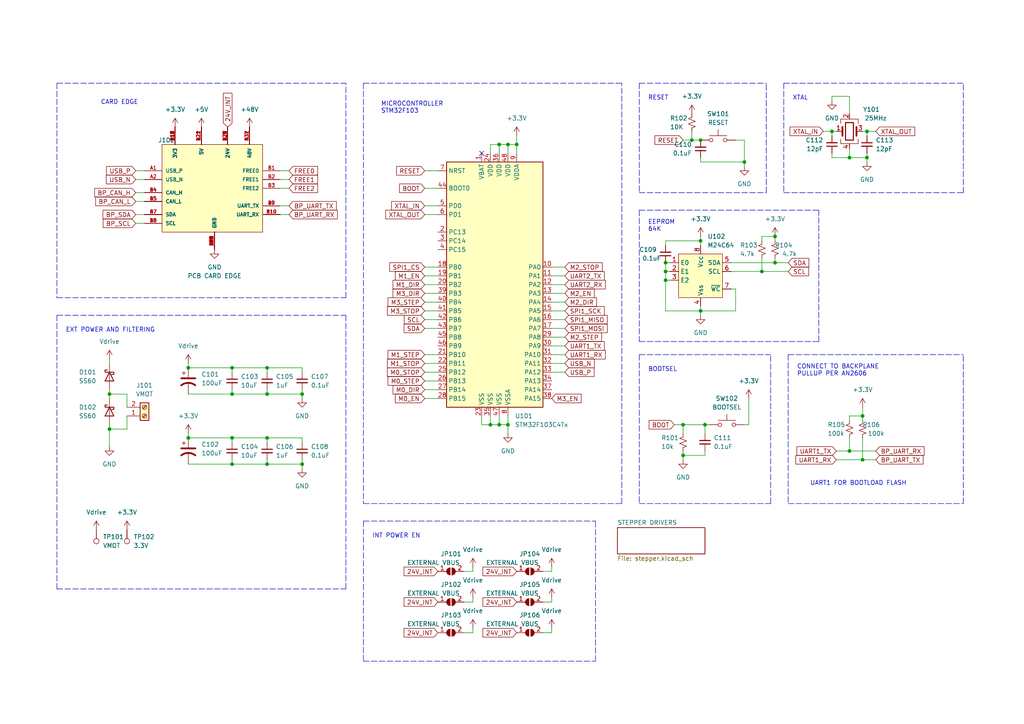
<source format=kicad_sch>
(kicad_sch (version 20211123) (generator eeschema)
  (paper "A4")
  (title_block (title "microcontroller host") (date "2023-02-16") (rev "1.0") (company "matei repair lab"))
  (lib_symbols
    (symbol "Connector:Screw_Terminal_01x02" (pin_names (offset 1.016) hide)
      (property "Reference" "J" (at 0 2.54 0))
      (property "Value" "Screw_Terminal_01x02" (at 0 -5.08 0))
      (symbol "Screw_Terminal_01x02_1_1"
        (rectangle (start -1.27 1.27) (end 1.27 -3.81) (stroke (width 0.254)) (fill (type background)))
        (circle (center 0 -2.54) (radius 0.635) (stroke (width 0.1524)))
        (polyline (pts (xy -0.5334 -2.2098) (xy 0.3302 -3.048)) (stroke (width 0.1524)))
        (polyline (pts (xy -0.5334 0.3302) (xy 0.3302 -0.508)) (stroke (width 0.1524)))
        (polyline (pts (xy -0.3556 -2.032) (xy 0.508 -2.8702)) (stroke (width 0.1524)))
        (polyline (pts (xy -0.3556 0.508) (xy 0.508 -0.3302)) (stroke (width 0.1524)))
        (circle (center 0 0) (radius 0.635) (stroke (width 0.1524)))
        (pin passive line (at -5.08 0 0) (length 3.81) (name "Pin_1") (number "1"))
        (pin passive line (at -5.08 -2.54 0) (length 3.81) (name "Pin_2") (number "2"))
      )
    )
    (symbol "Connector:TestPoint" (pin_numbers hide) (pin_names (offset 0.762) hide)
      (property "Reference" "TP" (at 0 6.858 0))
      (property "Value" "TestPoint" (at 0 5.08 0))
      (symbol "TestPoint_0_1"
        (circle (center 0 3.302) (radius 0.762))
      )
      (symbol "TestPoint_1_1"
        (pin passive line (at 0 0 90) (length 2.54) (name "1") (number "1"))
      )
    )
    (symbol "Device:C_Polarized_US" (pin_numbers hide) (pin_names (offset 0.254) hide)
      (property "Reference" "C" (at 0.635 2.54 0))
      (property "Value" "C_Polarized_US" (at 0.635 -2.54 0))
      (symbol "C_Polarized_US_0_1"
        (polyline (pts (xy -2.032 0.762) (xy 2.032 0.762)) (stroke (width 0.508)))
        (polyline (pts (xy -1.778 2.286) (xy -0.762 2.286)))
        (polyline (pts (xy -1.27 1.778) (xy -1.27 2.794)))
        (arc (start 2.032 -1.27) (mid 0 -0.5572) (end -2.032 -1.27) (stroke (width 0.508)))
      )
      (symbol "C_Polarized_US_1_1"
        (pin passive line (at 0 3.81 270) (length 2.794) (name "~") (number "1"))
        (pin passive line (at 0 -3.81 90) (length 3.302) (name "~") (number "2"))
      )
    )
    (symbol "Device:C_Small" (pin_numbers hide) (pin_names (offset 0.254) hide)
      (property "Reference" "C" (at 0.254 1.778 0))
      (property "Value" "C_Small" (at 0.254 -2.032 0))
      (symbol "C_Small_0_1"
        (polyline (pts (xy -1.524 -0.508) (xy 1.524 -0.508)) (stroke (width 0.3302)))
        (polyline (pts (xy -1.524 0.508) (xy 1.524 0.508)) (stroke (width 0.3048)))
      )
      (symbol "C_Small_1_1"
        (pin passive line (at 0 2.54 270) (length 2.032) (name "~") (number "1"))
        (pin passive line (at 0 -2.54 90) (length 2.032) (name "~") (number "2"))
      )
    )
    (symbol "Device:Crystal_GND24" (pin_names (offset 1.016) hide)
      (property "Reference" "Y" (at 3.175 5.08 0))
      (property "Value" "Crystal_GND24" (at 3.175 3.175 0))
      (symbol "Crystal_GND24_0_1"
        (rectangle (start -1.143 2.54) (end 1.143 -2.54) (stroke (width 0.3048)))
        (polyline (pts (xy -2.54 0) (xy -2.032 0)))
        (polyline (pts (xy -2.032 -1.27) (xy -2.032 1.27)) (stroke (width 0.508)))
        (polyline (pts (xy 0 -3.81) (xy 0 -3.556)))
        (polyline (pts (xy 0 3.556) (xy 0 3.81)))
        (polyline (pts (xy 2.032 -1.27) (xy 2.032 1.27)) (stroke (width 0.508)))
        (polyline (pts (xy 2.032 0) (xy 2.54 0)))
        (polyline (pts (xy -2.54 -2.286) (xy -2.54 -3.556) (xy 2.54 -3.556) (xy 2.54 -2.286)))
        (polyline (pts (xy -2.54 2.286) (xy -2.54 3.556) (xy 2.54 3.556) (xy 2.54 2.286)))
      )
      (symbol "Crystal_GND24_1_1"
        (pin passive line (at -3.81 0 0) (length 1.27) (name "1") (number "1"))
        (pin passive line (at 0 5.08 270) (length 1.27) (name "2") (number "2"))
        (pin passive line (at 3.81 0 180) (length 1.27) (name "3") (number "3"))
        (pin passive line (at 0 -5.08 90) (length 1.27) (name "4") (number "4"))
      )
    )
    (symbol "Device:D_Schottky" (pin_numbers hide) (pin_names (offset 1.016) hide)
      (property "Reference" "D" (at 0 2.54 0))
      (property "Value" "D_Schottky" (at 0 -2.54 0))
      (symbol "D_Schottky_0_1"
        (polyline (pts (xy 1.27 0) (xy -1.27 0)))
        (polyline (pts (xy 1.27 1.27) (xy 1.27 -1.27) (xy -1.27 0) (xy 1.27 1.27)) (stroke (width 0.254)))
        (polyline (pts (xy -1.905 0.635) (xy -1.905 1.27) (xy -1.27 1.27) (xy -1.27 -1.27) (xy -0.635 -1.27) (xy -0.635 -0.635)) (stroke (width 0.254)))
      )
      (symbol "D_Schottky_1_1"
        (pin passive line (at -3.81 0 0) (length 2.54) (name "K") (number "1"))
        (pin passive line (at 3.81 0 180) (length 2.54) (name "A") (number "2"))
      )
    )
    (symbol "Device:R_Small_US" (pin_numbers hide) (pin_names (offset 0.254) hide)
      (property "Reference" "R" (at 0.762 0.508 0))
      (property "Value" "R_Small_US" (at 0.762 -1.016 0))
      (symbol "R_Small_US_1_1"
        (polyline (pts (xy 0 0) (xy 1.016 -0.381) (xy 0 -0.762) (xy -1.016 -1.143) (xy 0 -1.524)))
        (polyline (pts (xy 0 1.524) (xy 1.016 1.143) (xy 0 0.762) (xy -1.016 0.381) (xy 0 0)))
        (pin passive line (at 0 2.54 270) (length 1.016) (name "~") (number "1"))
        (pin passive line (at 0 -2.54 90) (length 1.016) (name "~") (number "2"))
      )
    )
    (symbol "Jumper:SolderJumper_2_Open" (pin_names (offset 0) hide)
      (property "Reference" "JP" (at 0 2.032 0))
      (property "Value" "SolderJumper_2_Open" (at 0 -2.54 0))
      (symbol "SolderJumper_2_Open_0_1"
        (arc (start -0.254 1.016) (mid -1.27 0) (end -0.254 -1.016))
        (arc (start -0.254 1.016) (mid -1.27 0) (end -0.254 -1.016) (fill (type outline)))
        (polyline (pts (xy -0.254 1.016) (xy -0.254 -1.016)))
        (polyline (pts (xy 0.254 1.016) (xy 0.254 -1.016)))
        (arc (start 0.254 -1.016) (mid 1.27 0) (end 0.254 1.016))
        (arc (start 0.254 -1.016) (mid 1.27 0) (end 0.254 1.016) (fill (type outline)))
      )
      (symbol "SolderJumper_2_Open_1_1"
        (pin passive line (at -3.81 0 0) (length 2.54) (name "A") (number "1"))
        (pin passive line (at 3.81 0 180) (length 2.54) (name "B") (number "2"))
      )
    )
    (symbol "MCU_ST_STM32F1:STM32F103C4Tx"
      (property "Reference" "U" (at -15.24 36.83 0))
      (property "Value" "STM32F103C4Tx" (at 7.62 36.83 0))
      (symbol "STM32F103C4Tx_0_1"
        (rectangle (start -15.24 -35.56) (end 12.7 35.56) (stroke (width 0.254)) (fill (type background)))
      )
      (symbol "STM32F103C4Tx_1_1"
        (pin power_in line (at -5.08 38.1 270) (length 2.54) (name "VBAT") (number "1"))
        (pin bidirectional line (at 15.24 5.08 180) (length 2.54) (name "PA0") (number "10"))
        (pin bidirectional line (at 15.24 2.54 180) (length 2.54) (name "PA1") (number "11"))
        (pin bidirectional line (at 15.24 0 180) (length 2.54) (name "PA2") (number "12"))
        (pin bidirectional line (at 15.24 -2.54 180) (length 2.54) (name "PA3") (number "13"))
        (pin bidirectional line (at 15.24 -5.08 180) (length 2.54) (name "PA4") (number "14"))
        (pin bidirectional line (at 15.24 -7.62 180) (length 2.54) (name "PA5") (number "15"))
        (pin bidirectional line (at 15.24 -10.16 180) (length 2.54) (name "PA6") (number "16"))
        (pin bidirectional line (at 15.24 -12.7 180) (length 2.54) (name "PA7") (number "17"))
        (pin bidirectional line (at -17.78 5.08 0) (length 2.54) (name "PB0") (number "18"))
        (pin bidirectional line (at -17.78 2.54 0) (length 2.54) (name "PB1") (number "19"))
        (pin bidirectional line (at -17.78 15.24 0) (length 2.54) (name "PC13") (number "2"))
        (pin bidirectional line (at -17.78 0 0) (length 2.54) (name "PB2") (number "20"))
        (pin bidirectional line (at -17.78 -20.32 0) (length 2.54) (name "PB10") (number "21"))
        (pin bidirectional line (at -17.78 -22.86 0) (length 2.54) (name "PB11") (number "22"))
        (pin power_in line (at -5.08 -38.1 90) (length 2.54) (name "VSS") (number "23"))
        (pin power_in line (at -2.54 38.1 270) (length 2.54) (name "VDD") (number "24"))
        (pin bidirectional line (at -17.78 -25.4 0) (length 2.54) (name "PB12") (number "25"))
        (pin bidirectional line (at -17.78 -27.94 0) (length 2.54) (name "PB13") (number "26"))
        (pin bidirectional line (at -17.78 -30.48 0) (length 2.54) (name "PB14") (number "27"))
        (pin bidirectional line (at -17.78 -33.02 0) (length 2.54) (name "PB15") (number "28"))
        (pin bidirectional line (at 15.24 -15.24 180) (length 2.54) (name "PA8") (number "29"))
        (pin bidirectional line (at -17.78 12.7 0) (length 2.54) (name "PC14") (number "3"))
        (pin bidirectional line (at 15.24 -17.78 180) (length 2.54) (name "PA9") (number "30"))
        (pin bidirectional line (at 15.24 -20.32 180) (length 2.54) (name "PA10") (number "31"))
        (pin bidirectional line (at 15.24 -22.86 180) (length 2.54) (name "PA11") (number "32"))
        (pin bidirectional line (at 15.24 -25.4 180) (length 2.54) (name "PA12") (number "33"))
        (pin bidirectional line (at 15.24 -27.94 180) (length 2.54) (name "PA13") (number "34"))
        (pin power_in line (at -2.54 -38.1 90) (length 2.54) (name "VSS") (number "35"))
        (pin power_in line (at 0 38.1 270) (length 2.54) (name "VDD") (number "36"))
        (pin bidirectional line (at 15.24 -30.48 180) (length 2.54) (name "PA14") (number "37"))
        (pin bidirectional line (at 15.24 -33.02 180) (length 2.54) (name "PA15") (number "38"))
        (pin bidirectional line (at -17.78 -2.54 0) (length 2.54) (name "PB3") (number "39"))
        (pin bidirectional line (at -17.78 10.16 0) (length 2.54) (name "PC15") (number "4"))
        (pin bidirectional line (at -17.78 -5.08 0) (length 2.54) (name "PB4") (number "40"))
        (pin bidirectional line (at -17.78 -7.62 0) (length 2.54) (name "PB5") (number "41"))
        (pin bidirectional line (at -17.78 -10.16 0) (length 2.54) (name "PB6") (number "42"))
        (pin bidirectional line (at -17.78 -12.7 0) (length 2.54) (name "PB7") (number "43"))
        (pin input line (at -17.78 27.94 0) (length 2.54) (name "BOOT0") (number "44"))
        (pin bidirectional line (at -17.78 -15.24 0) (length 2.54) (name "PB8") (number "45"))
        (pin bidirectional line (at -17.78 -17.78 0) (length 2.54) (name "PB9") (number "46"))
        (pin power_in line (at 0 -38.1 90) (length 2.54) (name "VSS") (number "47"))
        (pin power_in line (at 2.54 38.1 270) (length 2.54) (name "VDD") (number "48"))
        (pin input line (at -17.78 22.86 0) (length 2.54) (name "PD0") (number "5"))
        (pin input line (at -17.78 20.32 0) (length 2.54) (name "PD1") (number "6"))
        (pin input line (at -17.78 33.02 0) (length 2.54) (name "NRST") (number "7"))
        (pin power_in line (at 2.54 -38.1 90) (length 2.54) (name "VSSA") (number "8"))
        (pin power_in line (at 5.08 38.1 270) (length 2.54) (name "VDDA") (number "9"))
      )
    )
    (symbol "Switch:SW_Push" (pin_numbers hide) (pin_names (offset 1.016) hide)
      (property "Reference" "SW" (at 1.27 2.54 0))
      (property "Value" "SW_Push" (at 0 -1.524 0))
      (symbol "SW_Push_0_1"
        (circle (center -2.032 0) (radius 0.508))
        (polyline (pts (xy 0 1.27) (xy 0 3.048)))
        (polyline (pts (xy 2.54 1.27) (xy -2.54 1.27)))
        (circle (center 2.032 0) (radius 0.508))
        (pin passive line (at -5.08 0 0) (length 2.54) (name "1") (number "1"))
        (pin passive line (at 5.08 0 180) (length 2.54) (name "2") (number "2"))
      )
    )
    (symbol "matei:KlipperBackplane-PCIe-064" (pin_names (offset 1.016))
      (property "Reference" "J" (at -1.27 13.462 0))
      (property "Value" "KlipperBackplane-PCIe-064" (at -7.62 -45.72 0))
      (symbol "KlipperBackplane-PCIe-064_0_0"
        (rectangle (start -15.24 12.7) (end 13.97 -12.7) (fill (type background)))
        (pin passive line (at -20.32 5.08 0) (length 5.08) (name "USB_P") (number "A1"))
        (pin passive line (at 19.05 -7.62 180) (length 5.08) (name "UART_RX") (number "A10"))
        (pin passive line (at -11.43 17.78 270) (length 5.08) (name "3V3") (number "A11"))
        (pin passive line (at 0 -17.78 90) (length 5.08) (name "GND") (number "A12"))
        (pin passive line (at 0 -17.78 90) (length 5.08) (name "GND") (number "A13"))
        (pin passive line (at 0 -17.78 90) (length 5.08) (name "GND") (number "A14"))
        (pin passive line (at -11.43 17.78 270) (length 5.08) (name "3V3") (number "A15"))
        (pin passive line (at -11.43 17.78 270) (length 5.08) (name "3V3") (number "A16"))
        (pin passive line (at -11.43 17.78 270) (length 5.08) (name "3V3") (number "A17"))
        (pin passive line (at -11.43 17.78 270) (length 5.08) (name "3V3") (number "A18"))
        (pin passive line (at 0 -17.78 90) (length 5.08) (name "GND") (number "A19"))
        (pin passive line (at -20.32 2.54 0) (length 5.08) (name "USB_N") (number "A2"))
        (pin passive line (at 0 -17.78 90) (length 5.08) (name "GND") (number "A20"))
        (pin passive line (at -3.81 17.78 270) (length 5.08) (name "5V") (number "A21"))
        (pin passive line (at -3.81 17.78 270) (length 5.08) (name "5V") (number "A22"))
        (pin passive line (at 0 -17.78 90) (length 5.08) (name "GND") (number "A23"))
        (pin passive line (at 0 -17.78 90) (length 5.08) (name "GND") (number "A24"))
        (pin passive line (at 3.81 17.78 270) (length 5.08) (name "24V") (number "A25"))
        (pin passive line (at 3.81 17.78 270) (length 5.08) (name "24V") (number "A26"))
        (pin passive line (at 3.81 17.78 270) (length 5.08) (name "24V") (number "A27"))
        (pin passive line (at 3.81 17.78 270) (length 5.08) (name "24V") (number "A28"))
        (pin passive line (at 0 -17.78 90) (length 5.08) (name "GND") (number "A29"))
        (pin passive line (at 0 -17.78 90) (length 5.08) (name "GND") (number "A3"))
        (pin passive line (at 0 -17.78 90) (length 5.08) (name "GND") (number "A30"))
        (pin passive line (at 10.16 17.78 270) (length 5.08) (name "48V") (number "A31"))
        (pin passive line (at 10.16 17.78 270) (length 5.08) (name "48V") (number "A32"))
        (pin passive line (at -20.32 -1.27 0) (length 5.08) (name "CAN_H") (number "A4"))
        (pin passive line (at -20.32 -3.81 0) (length 5.08) (name "CAN_L") (number "A5"))
        (pin passive line (at 0 -17.78 90) (length 5.08) (name "GND") (number "A6"))
        (pin passive line (at -20.32 -7.62 0) (length 5.08) (name "SDA") (number "A7"))
        (pin passive line (at -20.32 -10.16 0) (length 5.08) (name "SCL") (number "A8"))
        (pin passive line (at 19.05 -5.08 180) (length 5.08) (name "UART_TX") (number "A9"))
        (pin passive line (at 19.05 5.08 180) (length 5.08) (name "FREE0") (number "B1"))
        (pin passive line (at 19.05 -7.62 180) (length 5.08) (name "UART_RX") (number "B10"))
        (pin passive line (at -11.43 17.78 270) (length 5.08) (name "3V3") (number "B11"))
        (pin passive line (at 0 -17.78 90) (length 5.08) (name "GND") (number "B12"))
        (pin passive line (at 0 -17.78 90) (length 5.08) (name "GND") (number "B13"))
        (pin passive line (at 0 -17.78 90) (length 5.08) (name "GND") (number "B14"))
        (pin passive line (at -11.43 17.78 270) (length 5.08) (name "3V3") (number "B15"))
        (pin passive line (at -11.43 17.78 270) (length 5.08) (name "3V3") (number "B16"))
        (pin passive line (at -11.43 17.78 270) (length 5.08) (name "3V3") (number "B17"))
        (pin passive line (at -11.43 17.78 270) (length 5.08) (name "3V3") (number "B18"))
        (pin passive line (at 0 -17.78 90) (length 5.08) (name "GND") (number "B19"))
        (pin passive line (at 19.05 2.54 180) (length 5.08) (name "FREE1") (number "B2"))
        (pin passive line (at 0 -17.78 90) (length 5.08) (name "GND") (number "B20"))
        (pin passive line (at -3.81 17.78 270) (length 5.08) (name "5V") (number "B21"))
        (pin passive line (at -3.81 17.78 270) (length 5.08) (name "5V") (number "B22"))
        (pin passive line (at 0 -17.78 90) (length 5.08) (name "GND") (number "B23"))
        (pin passive line (at 0 -17.78 90) (length 5.08) (name "GND") (number "B24"))
        (pin passive line (at 3.81 17.78 270) (length 5.08) (name "24V") (number "B25"))
        (pin passive line (at 3.81 17.78 270) (length 5.08) (name "24V") (number "B26"))
        (pin passive line (at 3.81 17.78 270) (length 5.08) (name "24V") (number "B27"))
        (pin passive line (at 3.81 17.78 270) (length 5.08) (name "24V") (number "B28"))
        (pin passive line (at 0 -17.78 90) (length 5.08) (name "GND") (number "B29"))
        (pin passive line (at 19.05 0 180) (length 5.08) (name "FREE2") (number "B3"))
        (pin passive line (at 0 -17.78 90) (length 5.08) (name "GND") (number "B30"))
        (pin passive line (at 10.16 17.78 270) (length 5.08) (name "48V") (number "B31"))
        (pin passive line (at 10.16 17.78 270) (length 5.08) (name "48V") (number "B32"))
        (pin passive line (at -20.32 -1.27 0) (length 5.08) (name "CAN_H") (number "B4"))
        (pin passive line (at -20.32 -3.81 0) (length 5.08) (name "CAN_L") (number "B5"))
        (pin passive line (at 0 -17.78 90) (length 5.08) (name "GND") (number "B6"))
        (pin passive line (at -20.32 -7.62 0) (length 5.08) (name "SDA") (number "B7"))
        (pin passive line (at -20.32 -10.16 0) (length 5.08) (name "SCL") (number "B8"))
        (pin passive line (at 19.05 -5.08 180) (length 5.08) (name "UART_TX") (number "B9"))
      )
    )
    (symbol "matei:M24C64"
      (property "Reference" "U" (at -5.08 7.62 0))
      (property "Value" "M24C64" (at 5.08 7.62 0))
      (symbol "M24C64_0_0"
        (pin unspecified line (at -8.89 3.81 0) (length 2.54) (name "E0") (number "1"))
        (pin unspecified line (at -8.89 1.27 0) (length 2.54) (name "E1") (number "2"))
        (pin unspecified line (at -8.89 -1.27 0) (length 2.54) (name "E2") (number "3"))
        (pin unspecified line (at 0 -8.89 90) (length 2.54) (name "Vss") (number "4"))
        (pin unspecified line (at 8.89 3.81 180) (length 2.54) (name "SDA") (number "5"))
        (pin unspecified line (at 8.89 1.27 180) (length 2.54) (name "SCL") (number "6"))
        (pin unspecified line (at 8.89 -3.81 180) (length 2.54) (name "~{WC}") (number "7"))
        (pin unspecified line (at 0 8.89 270) (length 2.54) (name "Vcc") (number "8"))
      )
      (symbol "M24C64_0_1"
        (rectangle (start -6.35 6.35) (end 6.35 -6.35) (stroke (width 0.1524)) (fill (type background)))
      )
    )
    (symbol "power:+3.3V" (power) (pin_names (offset 0))
      (property "Value" "+3.3V" (at 0 3.556 0))
      (symbol "+3.3V_0_1"
        (polyline (pts (xy -0.762 1.27) (xy 0 2.54)))
        (polyline (pts (xy 0 0) (xy 0 2.54)))
        (polyline (pts (xy 0 2.54) (xy 0.762 1.27)))
      )
      (symbol "+3.3V_1_1"
        (pin power_in line (at 0 0 90) (length 0) hide (name "+3.3V") (number "1"))
      )
    )
    (symbol "power:+48V" (power) (pin_names (offset 0))
      (property "Value" "+48V" (at 0 3.556 0))
      (symbol "+48V_0_1"
        (polyline (pts (xy -0.762 1.27) (xy 0 2.54)))
        (polyline (pts (xy 0 0) (xy 0 2.54)))
        (polyline (pts (xy 0 2.54) (xy 0.762 1.27)))
      )
      (symbol "+48V_1_1"
        (pin power_in line (at 0 0 90) (length 0) hide (name "+48V") (number "1"))
      )
    )
    (symbol "power:+5V" (power) (pin_names (offset 0))
      (property "Value" "+5V" (at 0 3.556 0))
      (symbol "+5V_0_1"
        (polyline (pts (xy -0.762 1.27) (xy 0 2.54)))
        (polyline (pts (xy 0 0) (xy 0 2.54)))
        (polyline (pts (xy 0 2.54) (xy 0.762 1.27)))
      )
      (symbol "+5V_1_1"
        (pin power_in line (at 0 0 90) (length 0) hide (name "+5V") (number "1"))
      )
    )
    (symbol "power:GND" (power) (pin_names (offset 0))
      (property "Value" "GND" (at 0 -3.81 0))
      (symbol "GND_0_1"
        (polyline (pts (xy 0 0) (xy 0 -1.27) (xy 1.27 -1.27) (xy 0 -2.54) (xy -1.27 -1.27) (xy 0 -1.27)))
      )
      (symbol "GND_1_1"
        (pin power_in line (at 0 0 270) (length 0) hide (name "GND") (number "1"))
      )
    )
    (symbol "power:Vdrive" (power) (pin_names (offset 0))
      (property "Value" "Vdrive" (at 0 3.81 0))
      (symbol "Vdrive_0_1"
        (polyline (pts (xy -0.762 1.27) (xy 0 2.54)))
        (polyline (pts (xy 0 0) (xy 0 2.54)))
        (polyline (pts (xy 0 2.54) (xy 0.762 1.27)))
      )
      (symbol "Vdrive_1_1"
        (pin power_in line (at 0 0 90) (length 0) hide (name "Vdrive") (number "1"))
      )
    )
  )
  (junction (at 67.31 114.3))
  (junction (at 224.79 76.2))
  (junction (at 54.61 106.68))
  (junction (at 203.2 40.64))
  (junction (at 67.31 127))
  (junction (at 67.31 134.62))
  (junction (at 204.47 123.19))
  (junction (at 251.46 38.1))
  (junction (at 251.46 45.72))
  (junction (at 147.32 41.91))
  (junction (at 246.38 130.81))
  (junction (at 87.63 134.62))
  (junction (at 77.47 134.62))
  (junction (at 144.78 123.19))
  (junction (at 77.47 114.3))
  (junction (at 193.04 76.2))
  (junction (at 198.12 132.08))
  (junction (at 142.24 123.19))
  (junction (at 220.98 78.74))
  (junction (at 31.75 114.3))
  (junction (at 147.32 123.19))
  (junction (at 67.31 106.68))
  (junction (at 203.2 90.17))
  (junction (at 54.61 127))
  (junction (at 250.19 133.35))
  (junction (at 193.04 81.28))
  (junction (at 224.79 68.58))
  (junction (at 77.47 127))
  (junction (at 250.19 120.65))
  (junction (at 246.38 45.72))
  (junction (at 198.12 123.19))
  (junction (at 87.63 114.3))
  (junction (at 241.3 38.1))
  (junction (at 203.2 69.85))
  (junction (at 149.86 41.91))
  (junction (at 144.78 41.91))
  (junction (at 31.75 124.46))
  (junction (at 200.66 40.64))
  (junction (at 193.04 78.74))
  (junction (at 215.9 46.99))
  (junction (at 77.47 106.68))
  (no_connect (at 139.7 44.45))
  (polyline (pts (xy 180.34 146.05) (xy 180.34 24.13)))
  (polyline (pts (xy 16.51 86.36) (xy 100.33 86.36)))
  (wire (pts (xy 203.2 69.85) (xy 203.2 71.12)))
  (wire (pts (xy 123.19 95.25) (xy 127 95.25)))
  (wire (pts (xy 67.31 133.35) (xy 67.31 134.62)))
  (wire (pts (xy 193.04 76.2) (xy 193.04 78.74)))
  (wire (pts (xy 242.57 130.81) (xy 246.38 130.81)))
  (polyline (pts (xy 105.41 24.13) (xy 105.41 146.05)))
  (wire (pts (xy 67.31 106.68) (xy 77.47 106.68)))
  (wire (pts (xy 160.02 80.01) (xy 163.83 80.01)))
  (wire (pts (xy 87.63 113.03) (xy 87.63 114.3)))
  (polyline (pts (xy 279.4 146.05) (xy 279.4 102.87)))
  (wire (pts (xy 39.37 55.88) (xy 41.91 55.88)))
  (wire (pts (xy 137.16 164.465) (xy 137.16 165.735)))
  (wire (pts (xy 213.36 90.17) (xy 203.2 90.17)))
  (wire (pts (xy 67.31 127) (xy 67.31 128.27)))
  (wire (pts (xy 54.61 127) (xy 67.31 127)))
  (polyline (pts (xy 185.42 55.88) (xy 222.25 55.88)))
  (wire (pts (xy 147.32 120.65) (xy 147.32 123.19)))
  (wire (pts (xy 36.83 118.11) (xy 36.83 114.3)))
  (wire (pts (xy 160.02 77.47) (xy 163.83 77.47)))
  (wire (pts (xy 142.24 120.65) (xy 142.24 123.19)))
  (wire (pts (xy 160.02 85.09) (xy 163.83 85.09)))
  (wire (pts (xy 87.63 127) (xy 87.63 128.27)))
  (wire (pts (xy 123.19 102.87) (xy 127 102.87)))
  (wire (pts (xy 160.02 92.71) (xy 163.83 92.71)))
  (polyline (pts (xy 172.72 191.77) (xy 172.72 151.13)))
  (wire (pts (xy 220.98 68.58) (xy 220.98 69.85)))
  (wire (pts (xy 204.47 123.19) (xy 204.47 125.73)))
  (wire (pts (xy 54.61 114.3) (xy 67.31 114.3)))
  (wire (pts (xy 198.12 123.19) (xy 204.47 123.19)))
  (wire (pts (xy 147.32 44.45) (xy 147.32 41.91)))
  (wire (pts (xy 142.24 41.91) (xy 144.78 41.91)))
  (wire (pts (xy 123.19 107.95) (xy 127 107.95)))
  (wire (pts (xy 200.66 38.1) (xy 200.66 40.64)))
  (wire (pts (xy 203.2 88.9) (xy 203.2 90.17)))
  (wire (pts (xy 251.46 45.72) (xy 251.46 46.99)))
  (wire (pts (xy 250.19 38.1) (xy 251.46 38.1)))
  (wire (pts (xy 77.47 133.35) (xy 77.47 134.62)))
  (wire (pts (xy 160.02 174.625) (xy 157.48 174.625)))
  (wire (pts (xy 193.04 69.85) (xy 203.2 69.85)))
  (wire (pts (xy 242.57 133.35) (xy 250.19 133.35)))
  (wire (pts (xy 123.19 90.17) (xy 127 90.17)))
  (wire (pts (xy 241.3 44.45) (xy 241.3 45.72)))
  (wire (pts (xy 147.32 41.91) (xy 149.86 41.91)))
  (wire (pts (xy 251.46 45.72) (xy 246.38 45.72)))
  (wire (pts (xy 77.47 106.68) (xy 77.47 107.95)))
  (wire (pts (xy 160.02 165.735) (xy 157.48 165.735)))
  (wire (pts (xy 160.02 107.95) (xy 163.83 107.95)))
  (polyline (pts (xy 185.42 24.13) (xy 185.42 55.88)))
  (polyline (pts (xy 279.4 55.88) (xy 279.4 24.13)))
  (wire (pts (xy 160.02 87.63) (xy 163.83 87.63)))
  (wire (pts (xy 142.24 123.19) (xy 144.78 123.19)))
  (wire (pts (xy 198.12 130.81) (xy 198.12 132.08)))
  (wire (pts (xy 251.46 38.1) (xy 251.46 39.37)))
  (wire (pts (xy 194.31 78.74) (xy 193.04 78.74)))
  (wire (pts (xy 144.78 44.45) (xy 144.78 41.91)))
  (polyline (pts (xy 228.6 102.87) (xy 279.4 102.87)))
  (wire (pts (xy 144.78 123.19) (xy 147.32 123.19)))
  (wire (pts (xy 204.47 130.81) (xy 204.47 132.08)))
  (wire (pts (xy 194.31 76.2) (xy 193.04 76.2)))
  (wire (pts (xy 137.16 183.515) (xy 134.62 183.515)))
  (wire (pts (xy 81.28 54.61) (xy 83.82 54.61)))
  (wire (pts (xy 224.79 74.93) (xy 224.79 76.2)))
  (wire (pts (xy 203.2 90.17) (xy 203.2 91.44)))
  (wire (pts (xy 215.9 40.64) (xy 215.9 46.99)))
  (wire (pts (xy 123.19 77.47) (xy 127 77.47)))
  (wire (pts (xy 204.47 132.08) (xy 198.12 132.08)))
  (wire (pts (xy 67.31 114.3) (xy 77.47 114.3)))
  (wire (pts (xy 246.38 130.81) (xy 254 130.81)))
  (wire (pts (xy 204.47 123.19) (xy 205.74 123.19)))
  (wire (pts (xy 203.2 46.99) (xy 215.9 46.99)))
  (wire (pts (xy 193.04 90.17) (xy 203.2 90.17)))
  (wire (pts (xy 160.02 100.33) (xy 163.83 100.33)))
  (wire (pts (xy 81.28 62.23) (xy 83.82 62.23)))
  (wire (pts (xy 198.12 123.19) (xy 198.12 125.73)))
  (wire (pts (xy 160.02 97.79) (xy 163.83 97.79)))
  (wire (pts (xy 137.16 174.625) (xy 134.62 174.625)))
  (wire (pts (xy 87.63 106.68) (xy 87.63 107.95)))
  (wire (pts (xy 31.75 124.46) (xy 31.75 129.54)))
  (polyline (pts (xy 185.42 60.96) (xy 185.42 99.06)))
  (wire (pts (xy 36.83 124.46) (xy 31.75 124.46)))
  (wire (pts (xy 250.19 133.35) (xy 254 133.35)))
  (polyline (pts (xy 227.33 55.88) (xy 279.4 55.88)))
  (wire (pts (xy 123.19 49.53) (xy 127 49.53)))
  (wire (pts (xy 160.02 90.17) (xy 163.83 90.17)))
  (wire (pts (xy 87.63 114.3) (xy 87.63 115.57)))
  (wire (pts (xy 142.24 44.45) (xy 142.24 41.91)))
  (wire (pts (xy 215.9 46.99) (xy 215.9 48.26)))
  (wire (pts (xy 246.38 127) (xy 246.38 130.81)))
  (wire (pts (xy 160.02 183.515) (xy 157.48 183.515)))
  (wire (pts (xy 160.02 82.55) (xy 163.83 82.55)))
  (wire (pts (xy 123.19 54.61) (xy 127 54.61)))
  (wire (pts (xy 246.38 27.94) (xy 246.38 33.02)))
  (wire (pts (xy 203.2 45.72) (xy 203.2 46.99)))
  (polyline (pts (xy 185.42 146.05) (xy 223.52 146.05)))
  (wire (pts (xy 220.98 74.93) (xy 220.98 78.74)))
  (polyline (pts (xy 100.33 86.36) (xy 100.33 24.13)))
  (wire (pts (xy 123.19 105.41) (xy 127 105.41)))
  (polyline (pts (xy 185.42 99.06) (xy 237.49 99.06)))
  (wire (pts (xy 160.02 105.41) (xy 163.83 105.41)))
  (wire (pts (xy 198.12 40.64) (xy 200.66 40.64)))
  (wire (pts (xy 246.38 43.18) (xy 246.38 45.72)))
  (polyline (pts (xy 100.33 170.815) (xy 100.33 91.44)))
  (wire (pts (xy 241.3 27.94) (xy 246.38 27.94)))
  (wire (pts (xy 54.61 125.73) (xy 54.61 127)))
  (wire (pts (xy 54.61 134.62) (xy 67.31 134.62)))
  (polyline (pts (xy 16.51 91.44) (xy 16.51 170.815)))
  (polyline (pts (xy 105.41 151.13) (xy 105.41 191.77)))
  (polyline (pts (xy 105.41 191.77) (xy 172.72 191.77)))
  (polyline (pts (xy 227.33 24.13) (xy 279.4 24.13)))
  (polyline (pts (xy 16.51 170.815) (xy 100.33 170.815)))
  (wire (pts (xy 194.31 81.28) (xy 193.04 81.28)))
  (wire (pts (xy 250.19 118.11) (xy 250.19 120.65)))
  (wire (pts (xy 224.79 76.2) (xy 212.09 76.2)))
  (wire (pts (xy 160.02 182.245) (xy 160.02 183.515)))
  (wire (pts (xy 36.83 114.3) (xy 31.75 114.3)))
  (polyline (pts (xy 237.49 99.06) (xy 237.49 60.96)))
  (wire (pts (xy 39.37 52.07) (xy 41.91 52.07)))
  (wire (pts (xy 250.19 120.65) (xy 250.19 121.92)))
  (wire (pts (xy 203.2 68.58) (xy 203.2 69.85)))
  (polyline (pts (xy 16.51 91.44) (xy 100.33 91.44)))
  (wire (pts (xy 137.16 165.735) (xy 134.62 165.735)))
  (polyline (pts (xy 105.41 24.13) (xy 180.34 24.13)))
  (wire (pts (xy 123.19 85.09) (xy 127 85.09)))
  (polyline (pts (xy 185.42 60.96) (xy 237.49 60.96)))
  (wire (pts (xy 193.04 81.28) (xy 193.04 90.17)))
  (wire (pts (xy 241.3 38.1) (xy 242.57 38.1)))
  (wire (pts (xy 67.31 113.03) (xy 67.31 114.3)))
  (polyline (pts (xy 228.6 102.87) (xy 228.6 146.05)))
  (wire (pts (xy 149.86 39.37) (xy 149.86 41.91)))
  (polyline (pts (xy 222.25 55.88) (xy 222.25 24.13)))
  (wire (pts (xy 228.6 78.74) (xy 220.98 78.74)))
  (wire (pts (xy 251.46 38.1) (xy 254 38.1)))
  (wire (pts (xy 54.61 105.41) (xy 54.61 106.68)))
  (wire (pts (xy 147.32 123.19) (xy 147.32 125.73)))
  (wire (pts (xy 81.28 52.07) (xy 83.82 52.07)))
  (wire (pts (xy 200.66 40.64) (xy 203.2 40.64)))
  (wire (pts (xy 31.75 123.19) (xy 31.75 124.46)))
  (wire (pts (xy 195.58 123.19) (xy 198.12 123.19)))
  (wire (pts (xy 160.02 102.87) (xy 163.83 102.87)))
  (wire (pts (xy 36.83 120.65) (xy 36.83 124.46)))
  (wire (pts (xy 144.78 120.65) (xy 144.78 123.19)))
  (wire (pts (xy 54.61 106.68) (xy 67.31 106.68)))
  (wire (pts (xy 144.78 41.91) (xy 147.32 41.91)))
  (wire (pts (xy 139.7 123.19) (xy 142.24 123.19)))
  (wire (pts (xy 123.19 87.63) (xy 127 87.63)))
  (wire (pts (xy 250.19 127) (xy 250.19 133.35)))
  (wire (pts (xy 81.28 59.69) (xy 83.82 59.69)))
  (wire (pts (xy 137.16 173.355) (xy 137.16 174.625)))
  (wire (pts (xy 160.02 173.355) (xy 160.02 174.625)))
  (wire (pts (xy 193.04 71.12) (xy 193.04 69.85)))
  (wire (pts (xy 251.46 44.45) (xy 251.46 45.72)))
  (wire (pts (xy 123.19 92.71) (xy 127 92.71)))
  (wire (pts (xy 77.47 106.68) (xy 87.63 106.68)))
  (wire (pts (xy 220.98 78.74) (xy 212.09 78.74)))
  (wire (pts (xy 212.09 83.82) (xy 213.36 83.82)))
  (wire (pts (xy 241.3 45.72) (xy 246.38 45.72)))
  (polyline (pts (xy 185.42 102.87) (xy 223.52 102.87)))
  (wire (pts (xy 139.7 120.65) (xy 139.7 123.19)))
  (wire (pts (xy 67.31 134.62) (xy 77.47 134.62)))
  (wire (pts (xy 123.19 82.55) (xy 127 82.55)))
  (wire (pts (xy 39.37 58.42) (xy 41.91 58.42)))
  (wire (pts (xy 87.63 133.35) (xy 87.63 134.62)))
  (wire (pts (xy 87.63 134.62) (xy 87.63 135.89)))
  (wire (pts (xy 123.19 59.69) (xy 127 59.69)))
  (wire (pts (xy 217.17 123.19) (xy 217.17 115.57)))
  (wire (pts (xy 193.04 78.74) (xy 193.04 81.28)))
  (wire (pts (xy 215.9 123.19) (xy 217.17 123.19)))
  (wire (pts (xy 238.76 38.1) (xy 241.3 38.1)))
  (wire (pts (xy 250.19 120.65) (xy 246.38 120.65)))
  (wire (pts (xy 81.28 49.53) (xy 83.82 49.53)))
  (polyline (pts (xy 16.51 24.13) (xy 16.51 86.36)))
  (wire (pts (xy 31.75 104.14) (xy 31.75 105.41)))
  (wire (pts (xy 77.47 113.03) (xy 77.47 114.3)))
  (wire (pts (xy 123.19 80.01) (xy 127 80.01)))
  (wire (pts (xy 228.6 76.2) (xy 224.79 76.2)))
  (wire (pts (xy 224.79 68.58) (xy 220.98 68.58)))
  (wire (pts (xy 241.3 38.1) (xy 241.3 39.37)))
  (polyline (pts (xy 185.42 102.87) (xy 185.42 146.05)))
  (polyline (pts (xy 105.41 151.13) (xy 172.72 151.13)))
  (wire (pts (xy 198.12 132.08) (xy 198.12 133.35)))
  (polyline (pts (xy 223.52 146.05) (xy 223.52 102.87)))
  (wire (pts (xy 213.36 83.82) (xy 213.36 90.17)))
  (polyline (pts (xy 228.6 146.05) (xy 279.4 146.05)))
  (wire (pts (xy 31.75 114.3) (xy 31.75 115.57)))
  (wire (pts (xy 123.19 110.49) (xy 127 110.49)))
  (wire (pts (xy 39.37 62.23) (xy 41.91 62.23)))
  (wire (pts (xy 67.31 127) (xy 77.47 127)))
  (wire (pts (xy 149.86 41.91) (xy 149.86 44.45)))
  (polyline (pts (xy 185.42 24.13) (xy 222.25 24.13)))
  (wire (pts (xy 160.02 95.25) (xy 163.83 95.25)))
  (wire (pts (xy 123.19 113.03) (xy 127 113.03)))
  (polyline (pts (xy 227.33 24.13) (xy 227.33 55.88)))
  (wire (pts (xy 77.47 127) (xy 87.63 127)))
  (wire (pts (xy 67.31 106.68) (xy 67.31 107.95)))
  (wire (pts (xy 213.36 40.64) (xy 215.9 40.64)))
  (wire (pts (xy 241.3 29.21) (xy 241.3 27.94)))
  (wire (pts (xy 123.19 62.23) (xy 127 62.23)))
  (wire (pts (xy 77.47 134.62) (xy 87.63 134.62)))
  (wire (pts (xy 246.38 120.65) (xy 246.38 121.92)))
  (wire (pts (xy 160.02 164.465) (xy 160.02 165.735)))
  (wire (pts (xy 224.79 68.58) (xy 224.79 69.85)))
  (wire (pts (xy 77.47 127) (xy 77.47 128.27)))
  (wire (pts (xy 31.75 113.03) (xy 31.75 114.3)))
  (wire (pts (xy 39.37 64.77) (xy 41.91 64.77)))
  (polyline (pts (xy 105.41 146.05) (xy 180.34 146.05)))
  (wire (pts (xy 123.19 115.57) (xy 127 115.57)))
  (wire (pts (xy 137.16 182.245) (xy 137.16 183.515)))
  (wire (pts (xy 77.47 114.3) (xy 87.63 114.3)))
  (polyline (pts (xy 16.51 24.13) (xy 100.33 24.13)))
  (wire (pts (xy 39.37 49.53) (xy 41.91 49.53)))
  (text "BOOTSEL" (at 187.96 107.95 0) (effects (font (size 1.27 1.27)) (justify left bottom)))
  (text "XTAL" (at 229.87 29.21 0) (effects (font (size 1.27 1.27)) (justify left bottom)))
  (text "CONNECT TO BACKPLANE\nPULLUP PER AN2606" (at 231.14 109.22 0) (effects (font (size 1.27 1.27)) (justify left bottom)))
  (text "EEPROM\n64K" (at 187.96 67.31 0) (effects (font (size 1.27 1.27)) (justify left bottom)))
  (text "CARD EDGE" (at 29.21 30.48 0) (effects (font (size 1.27 1.27)) (justify left bottom)))
  (text "UART1 FOR BOOTLOAD FLASH" (at 234.95 140.97 0) (effects (font (size 1.27 1.27)) (justify left bottom)))
  (text "RESET" (at 187.96 29.21 0) (effects (font (size 1.27 1.27)) (justify left bottom)))
  (text "EXT POWER AND FILTERING" (at 19.05 96.52 0) (effects (font (size 1.27 1.27)) (justify left bottom)))
  (text "INT POWER EN" (at 107.95 156.21 0) (effects (font (size 1.27 1.27)) (justify left bottom)))
  (text "MICROCONTROLLER\nSTM32F103" (at 110.49 33.02 0) (effects (font (size 1.27 1.27)) (justify left bottom)))
  (global_label "M3_STEP" (shape input) (at 123.19 87.63 180) (property "Intersheet References" "${INTERSHEET_REFS}" (effects hide)))
  (global_label "UART2_RX" (shape input) (at 163.83 82.55 0) (property "Intersheet References" "${INTERSHEET_REFS}" (effects hide)))
  (global_label "UART1_TX" (shape input) (at 163.83 100.33 0) (property "Intersheet References" "${INTERSHEET_REFS}" (effects hide)))
  (global_label "UART2_TX" (shape input) (at 163.83 80.01 0) (property "Intersheet References" "${INTERSHEET_REFS}" (effects hide)))
  (global_label "BOOT" (shape input) (at 195.58 123.19 180) (property "Intersheet References" "${INTERSHEET_REFS}" (effects hide)))
  (global_label "BP_UART_TX" (shape input) (at 83.82 59.69 0) (property "Intersheet References" "${INTERSHEET_REFS}" (effects hide)))
  (global_label "RESET" (shape input) (at 198.12 40.64 180) (property "Intersheet References" "${INTERSHEET_REFS}" (effects hide)))
  (global_label "24V_INT" (shape input) (at 127 174.625 180) (property "Intersheet References" "${INTERSHEET_REFS}" (effects hide)))
  (global_label "XTAL_IN" (shape input) (at 238.76 38.1 180) (property "Intersheet References" "${INTERSHEET_REFS}" (effects hide)))
  (global_label "FREE2" (shape input) (at 83.82 54.61 0) (property "Intersheet References" "${INTERSHEET_REFS}" (effects hide)))
  (global_label "BP_UART_RX" (shape input) (at 83.82 62.23 0) (property "Intersheet References" "${INTERSHEET_REFS}" (effects hide)))
  (global_label "BP_CAN_H" (shape input) (at 39.37 55.88 180) (property "Intersheet References" "${INTERSHEET_REFS}" (effects hide)))
  (global_label "XTAL_IN" (shape input) (at 123.19 59.69 180) (property "Intersheet References" "${INTERSHEET_REFS}" (effects hide)))
  (global_label "M2_EN" (shape input) (at 163.83 85.09 0) (property "Intersheet References" "${INTERSHEET_REFS}" (effects hide)))
  (global_label "UART1_RX" (shape input) (at 163.83 102.87 0) (property "Intersheet References" "${INTERSHEET_REFS}" (effects hide)))
  (global_label "24V_INT" (shape input) (at 66.04 36.83 90) (property "Intersheet References" "${INTERSHEET_REFS}" (effects hide)))
  (global_label "M1_STEP" (shape input) (at 123.19 102.87 180) (property "Intersheet References" "${INTERSHEET_REFS}" (effects hide)))
  (global_label "XTAL_OUT" (shape input) (at 254 38.1 0) (property "Intersheet References" "${INTERSHEET_REFS}" (effects hide)))
  (global_label "BP_UART_RX" (shape input) (at 254 130.81 0) (property "Intersheet References" "${INTERSHEET_REFS}" (effects hide)))
  (global_label "SDA" (shape input) (at 123.19 95.25 180) (property "Intersheet References" "${INTERSHEET_REFS}" (effects hide)))
  (global_label "M3_DIR" (shape input) (at 123.19 85.09 180) (property "Intersheet References" "${INTERSHEET_REFS}" (effects hide)))
  (global_label "M0_STEP" (shape input) (at 123.19 110.49 180) (property "Intersheet References" "${INTERSHEET_REFS}" (effects hide)))
  (global_label "M1_EN" (shape input) (at 123.19 80.01 180) (property "Intersheet References" "${INTERSHEET_REFS}" (effects hide)))
  (global_label "24V_INT" (shape input) (at 149.86 183.515 180) (property "Intersheet References" "${INTERSHEET_REFS}" (effects hide)))
  (global_label "USB_P" (shape input) (at 163.83 107.95 0) (property "Intersheet References" "${INTERSHEET_REFS}" (effects hide)))
  (global_label "SPI1_SCK" (shape input) (at 163.83 90.17 0) (property "Intersheet References" "${INTERSHEET_REFS}" (effects hide)))
  (global_label "FREE1" (shape input) (at 83.82 52.07 0) (property "Intersheet References" "${INTERSHEET_REFS}" (effects hide)))
  (global_label "M0_EN" (shape input) (at 123.19 115.57 180) (property "Intersheet References" "${INTERSHEET_REFS}" (effects hide)))
  (global_label "24V_INT" (shape input) (at 149.86 165.735 180) (property "Intersheet References" "${INTERSHEET_REFS}" (effects hide)))
  (global_label "USB_P" (shape input) (at 39.37 49.53 180) (property "Intersheet References" "${INTERSHEET_REFS}" (effects hide)))
  (global_label "SPI1_CS" (shape input) (at 123.19 77.47 180) (property "Intersheet References" "${INTERSHEET_REFS}" (effects hide)))
  (global_label "M0_STOP" (shape input) (at 123.19 107.95 180) (property "Intersheet References" "${INTERSHEET_REFS}" (effects hide)))
  (global_label "24V_INT" (shape input) (at 127 183.515 180) (property "Intersheet References" "${INTERSHEET_REFS}" (effects hide)))
  (global_label "BP_SDA" (shape input) (at 39.37 62.23 180) (property "Intersheet References" "${INTERSHEET_REFS}" (effects hide)))
  (global_label "M1_DIR" (shape input) (at 123.19 82.55 180) (property "Intersheet References" "${INTERSHEET_REFS}" (effects hide)))
  (global_label "SPI1_MOSI" (shape input) (at 163.83 95.25 0) (property "Intersheet References" "${INTERSHEET_REFS}" (effects hide)))
  (global_label "24V_INT" (shape input) (at 127 165.735 180) (property "Intersheet References" "${INTERSHEET_REFS}" (effects hide)))
  (global_label "M2_STEP" (shape input) (at 163.83 97.79 0) (property "Intersheet References" "${INTERSHEET_REFS}" (effects hide)))
  (global_label "M1_STOP" (shape input) (at 123.19 105.41 180) (property "Intersheet References" "${INTERSHEET_REFS}" (effects hide)))
  (global_label "SDA" (shape input) (at 228.6 76.2 0) (property "Intersheet References" "${INTERSHEET_REFS}" (effects hide)))
  (global_label "SPI1_MISO" (shape input) (at 163.83 92.71 0) (property "Intersheet References" "${INTERSHEET_REFS}" (effects hide)))
  (global_label "UART1_RX" (shape input) (at 242.57 133.35 180) (property "Intersheet References" "${INTERSHEET_REFS}" (effects hide)))
  (global_label "USB_N" (shape input) (at 39.37 52.07 180) (property "Intersheet References" "${INTERSHEET_REFS}" (effects hide)))
  (global_label "BP_UART_TX" (shape input) (at 254 133.35 0) (property "Intersheet References" "${INTERSHEET_REFS}" (effects hide)))
  (global_label "BP_SCL" (shape input) (at 39.37 64.77 180) (property "Intersheet References" "${INTERSHEET_REFS}" (effects hide)))
  (global_label "FREE0" (shape input) (at 83.82 49.53 0) (property "Intersheet References" "${INTERSHEET_REFS}" (effects hide)))
  (global_label "M0_DIR" (shape input) (at 123.19 113.03 180) (property "Intersheet References" "${INTERSHEET_REFS}" (effects hide)))
  (global_label "BP_CAN_L" (shape input) (at 39.37 58.42 180) (property "Intersheet References" "${INTERSHEET_REFS}" (effects hide)))
  (global_label "24V_INT" (shape input) (at 149.86 174.625 180) (property "Intersheet References" "${INTERSHEET_REFS}" (effects hide)))
  (global_label "M3_STOP" (shape input) (at 123.19 90.17 180) (property "Intersheet References" "${INTERSHEET_REFS}" (effects hide)))
  (global_label "SCL" (shape input) (at 123.19 92.71 180) (property "Intersheet References" "${INTERSHEET_REFS}" (effects hide)))
  (global_label "RESET" (shape input) (at 123.19 49.53 180) (property "Intersheet References" "${INTERSHEET_REFS}" (effects hide)))
  (global_label "XTAL_OUT" (shape input) (at 123.19 62.23 180) (property "Intersheet References" "${INTERSHEET_REFS}" (effects hide)))
  (global_label "M2_DIR" (shape input) (at 163.83 87.63 0) (property "Intersheet References" "${INTERSHEET_REFS}" (effects hide)))
  (global_label "SCL" (shape input) (at 228.6 78.74 0) (property "Intersheet References" "${INTERSHEET_REFS}" (effects hide)))
  (global_label "BOOT" (shape input) (at 123.19 54.61 180) (property "Intersheet References" "${INTERSHEET_REFS}" (effects hide)))
  (global_label "UART1_TX" (shape input) (at 242.57 130.81 180) (property "Intersheet References" "${INTERSHEET_REFS}" (effects hide)))
  (global_label "M3_EN" (shape input) (at 160.02 115.57 0) (property "Intersheet References" "${INTERSHEET_REFS}" (effects hide)))
  (global_label "M2_STOP" (shape input) (at 163.83 77.47 0) (property "Intersheet References" "${INTERSHEET_REFS}" (effects hide)))
  (global_label "USB_N" (shape input) (at 163.83 105.41 0) (property "Intersheet References" "${INTERSHEET_REFS}" (effects hide)))
  (symbol (lib_id "power:GND") (at 215.9 48.26 0) (unit 1)
    (property "Reference" "#PWR0118" (effects hide))
    (property "Value" "GND" (at 215.9 53.34 0))
  )
  (symbol (lib_id "Device:R_Small_US") (at 224.79 72.39 0) (mirror x) (unit 1)
    (property "Reference" "R104" (at 229.87 71.12 0) (effects (justify right)))
    (property "Value" "4.7k" (at 231.14 73.66 0) (effects (justify right)))
    (property "Footprint" "Resistor_SMD:R_0603_1608Metric" (effects hide))
  )
  (symbol (lib_id "power:Vdrive") (at 137.16 164.465 0) (unit 1)
    (property "Reference" "#PWR0130" (effects hide))
    (property "Value" "Vdrive" (at 137.16 159.385 0))
  )
  (symbol (lib_id "power:GND") (at 203.2 91.44 0) (unit 1)
    (property "Reference" "#PWR0117" (effects hide))
    (property "Value" "GND" (at 203.2 96.52 0))
  )
  (symbol (lib_id "power:Vdrive") (at 31.75 104.14 0) (unit 1)
    (property "Reference" "#PWR0101" (effects hide))
    (property "Value" "Vdrive" (at 31.75 99.06 0))
  )
  (symbol (lib_id "MCU_ST_STM32F1:STM32F103C4Tx") (at 144.78 82.55 0) (unit 1)
    (property "Reference" "U101" (at 149.3394 120.65 0) (effects (justify left)))
    (property "Value" "STM32F103C4Tx" (at 149.3394 123.19 0) (effects (justify left)))
    (property "Footprint" "Package_QFP:LQFP-48_7x7mm_P0.5mm" (effects hide))
    (property "Datasheet" "http://www.st.com/st-web-ui/static/active/en/resource/technical/document/datasheet/CD00210843.pdf" (effects hide))
  )
  (symbol (lib_id "Jumper:SolderJumper_2_Open") (at 130.81 183.515 0) (unit 1)
    (property "Reference" "JP103" (at 130.81 178.435 0))
    (property "Value" "EXTERNAL VBUS" (at 125.73 180.975 0))
    (property "Footprint" "Jumper:SolderJumper-2_P1.3mm_Open_RoundedPad1.0x1.5mm" (effects hide))
  )
  (symbol (lib_id "power:GND") (at 251.46 46.99 0) (unit 1)
    (property "Reference" "#PWR0123" (effects hide))
    (property "Value" "GND" (at 251.46 52.07 0))
  )
  (symbol (lib_id "power:+3.3V") (at 149.86 39.37 0) (mirror y) (unit 1)
    (property "Reference" "#PWR0113" (effects hide))
    (property "Value" "+3.3V" (at 149.86 34.29 0))
  )
  (symbol (lib_id "Switch:SW_Push") (at 208.28 40.64 0) (unit 1)
    (property "Reference" "SW101" (at 208.28 33.02 0))
    (property "Value" "RESET" (at 208.28 35.56 0))
    (property "Footprint" "matei:TS-1187A-B-A-B" (effects hide))
  )
  (symbol (lib_id "power:Vdrive") (at 160.02 173.355 0) (unit 1)
    (property "Reference" "#PWR0134" (effects hide))
    (property "Value" "Vdrive" (at 160.02 168.275 0))
  )
  (symbol (lib_id "Device:C_Small") (at 193.04 73.66 0) (mirror x) (unit 1)
    (property "Reference" "C109" (at 190.5 72.3835 0) (effects (justify right)))
    (property "Value" "0.1uF" (at 191.77 74.93 0) (effects (justify right)))
    (property "Footprint" "Capacitor_SMD:C_0603_1608Metric" (effects hide))
  )
  (symbol (lib_id "Device:C_Small") (at 241.3 41.91 0) (mirror x) (unit 1)
    (property "Reference" "C112" (at 238.76 40.6335 0) (effects (justify right)))
    (property "Value" "12pF" (at 238.76 43.1735 0) (effects (justify right)))
    (property "Footprint" "Capacitor_SMD:C_0603_1608Metric" (effects hide))
  )
  (symbol (lib_id "Device:C_Small") (at 87.63 130.81 0) (unit 1)
    (property "Reference" "C108" (at 90.17 129.5462 0) (effects (justify left)))
    (property "Value" "0.1uF" (at 90.17 132.0862 0) (effects (justify left)))
    (property "Footprint" "Capacitor_SMD:C_0603_1608Metric" (effects hide))
  )
  (symbol (lib_id "power:GND") (at 87.63 135.89 0) (unit 1)
    (property "Reference" "#PWR0111" (effects hide))
    (property "Value" "GND" (at 87.63 140.97 0))
  )
  (symbol (lib_id "Device:C_Polarized_US") (at 54.61 110.49 0) (unit 1)
    (property "Reference" "C101" (at 58.42 108.5849 0) (effects (justify left)))
    (property "Value" "100uF" (at 58.42 111.1249 0) (effects (justify left)))
    (property "Footprint" "Capacitor_SMD:CP_Elec_6.3x3.9" (effects hide))
  )
  (symbol (lib_id "Device:C_Small") (at 87.63 110.49 0) (unit 1)
    (property "Reference" "C107" (at 90.17 109.2262 0) (effects (justify left)))
    (property "Value" "0.1uF" (at 90.17 111.7662 0) (effects (justify left)))
    (property "Footprint" "Capacitor_SMD:C_0603_1608Metric" (effects hide))
  )
  (symbol (lib_id "Device:C_Small") (at 204.47 128.27 180) (unit 1)
    (property "Reference" "C111" (at 207.01 126.9935 0) (effects (justify right)))
    (property "Value" "0.1uF" (at 207.01 129.5335 0) (effects (justify right)))
    (property "Footprint" "Capacitor_SMD:C_0603_1608Metric" (effects hide))
  )
  (symbol (lib_id "Device:R_Small_US") (at 220.98 72.39 0) (mirror y) (unit 1)
    (property "Reference" "R103" (at 214.63 71.12 0) (effects (justify right)))
    (property "Value" "4.7k" (at 214.63 73.66 0) (effects (justify right)))
    (property "Footprint" "Resistor_SMD:R_0603_1608Metric" (effects hide))
  )
  (symbol (lib_id "Jumper:SolderJumper_2_Open") (at 130.81 174.625 0) (unit 1)
    (property "Reference" "JP102" (at 130.81 169.545 0))
    (property "Value" "EXTERNAL VBUS" (at 125.73 172.085 0))
    (property "Footprint" "Jumper:SolderJumper-2_P1.3mm_Open_RoundedPad1.0x1.5mm" (effects hide))
  )
  (symbol (lib_id "Device:R_Small_US") (at 246.38 124.46 0) (mirror y) (unit 1)
    (property "Reference" "R105" (at 240.03 123.19 0) (effects (justify right)))
    (property "Value" "100k" (at 240.03 125.73 0) (effects (justify right)))
    (property "Footprint" "Resistor_SMD:R_0603_1608Metric" (effects hide))
  )
  (symbol (lib_id "power:+5V") (at 58.42 36.83 0) (unit 1)
    (property "Reference" "#PWR0106" (effects hide))
    (property "Value" "+5V" (at 58.42 31.75 0))
  )
  (symbol (lib_id "Device:C_Small") (at 77.47 130.81 0) (unit 1)
    (property "Reference" "C106" (at 80.01 129.5462 0) (effects (justify left)))
    (property "Value" "1uF" (at 80.01 132.0862 0) (effects (justify left)))
    (property "Footprint" "Capacitor_SMD:C_0603_1608Metric" (effects hide))
  )
  (symbol (lib_id "Device:R_Small_US") (at 250.19 124.46 0) (mirror x) (unit 1)
    (property "Reference" "R106" (at 255.27 123.19 0) (effects (justify right)))
    (property "Value" "100k" (at 256.54 125.73 0) (effects (justify right)))
    (property "Footprint" "Resistor_SMD:R_0603_1608Metric" (effects hide))
  )
  (symbol (lib_id "power:GND") (at 198.12 133.35 0) (unit 1)
    (property "Reference" "#PWR0114" (effects hide))
    (property "Value" "GND" (at 198.12 138.43 0))
  )
  (symbol (lib_id "power:+3.3V") (at 50.8 36.83 0) (mirror y) (unit 1)
    (property "Reference" "#PWR0103" (effects hide))
    (property "Value" "+3.3V" (at 50.8 31.75 0))
  )
  (symbol (lib_id "matei:M24C64") (at 203.2 80.01 0) (unit 1)
    (property "Reference" "U102" (at 205.2194 68.58 0) (effects (justify left)))
    (property "Value" "M24C64" (at 205.2194 71.12 0) (effects (justify left)))
    (property "Footprint" "Package_SO:SOIC-8_3.9x4.9mm_P1.27mm" (effects hide))
    (property "Datasheet" "https://datasheet.lcsc.com/lcsc/1809261911_STMicroelectronics-M24C64-RMN6TP_C79988.pdf" (effects hide))
  )
  (symbol (lib_id "power:+3.3V") (at 203.2 68.58 0) (mirror y) (unit 1)
    (property "Reference" "#PWR0116" (effects hide))
    (property "Value" "+3.3V" (at 203.2 63.5 0))
  )
  (symbol (lib_id "Device:Crystal_GND24") (at 246.38 38.1 0) (unit 1)
    (property "Reference" "Y101" (at 252.73 31.75 0))
    (property "Value" "25MHz" (at 254 34.29 0))
    (property "Footprint" "Crystal:Crystal_SMD_3225-4Pin_3.2x2.5mm" (effects hide))
  )
  (symbol (lib_id "power:+3.3V") (at 200.66 33.02 0) (mirror y) (unit 1)
    (property "Reference" "#PWR0115" (effects hide))
    (property "Value" "+3.3V" (at 200.66 27.94 0))
  )
  (symbol (lib_id "power:GND") (at 241.3 29.21 0) (unit 1)
    (property "Reference" "#PWR0121" (effects hide))
    (property "Value" "GND" (at 241.3 34.29 0))
  )
  (symbol (lib_id "Device:C_Small") (at 251.46 41.91 0) (unit 1)
    (property "Reference" "C113" (at 254 40.6462 0) (effects (justify left)))
    (property "Value" "12pF" (at 254 43.1862 0) (effects (justify left)))
    (property "Footprint" "Capacitor_SMD:C_0603_1608Metric" (effects hide))
  )
  (symbol (lib_id "power:GND") (at 147.32 125.73 0) (unit 1)
    (property "Reference" "#PWR0112" (effects hide))
    (property "Value" "GND" (at 147.32 130.81 0))
  )
  (symbol (lib_id "Jumper:SolderJumper_2_Open") (at 130.81 165.735 0) (unit 1)
    (property "Reference" "JP101" (at 130.81 160.655 0))
    (property "Value" "EXTERNAL VBUS" (at 125.73 163.195 0))
    (property "Footprint" "Jumper:SolderJumper-2_P1.3mm_Open_RoundedPad1.0x1.5mm" (effects hide))
  )
  (symbol (lib_id "Jumper:SolderJumper_2_Open") (at 153.67 174.625 0) (unit 1)
    (property "Reference" "JP105" (at 153.67 169.545 0))
    (property "Value" "EXTERNAL VBUS" (at 148.59 172.085 0))
    (property "Footprint" "Jumper:SolderJumper-2_P1.3mm_Open_RoundedPad1.0x1.5mm" (effects hide))
  )
  (symbol (lib_id "matei:KlipperBackplane-PCIe-064") (at 62.23 54.61 0) (unit 1)
    (property "Reference" "J102" (at 48.26 40.64 0))
    (property "Value" "PCB CARD EDGE" (at 62.23 80.01 0))
    (property "Footprint" "Connector_PCBEdge:BUS_PCIexpress_x4" (effects hide))
    (property "MANUFACTURER" "Samtec Inc" (effects hide))
    (property "STANDARD" "Manufacturer Recommendations" (effects hide))
    (property "MAXIMUM_PACKAGE_HEIGHT" "11.38mm" (effects hide))
    (property "PARTREV" "D" (effects hide))
  )
  (symbol (lib_id "power:+3.3V") (at 217.17 115.57 0) (mirror y) (unit 1)
    (property "Reference" "#PWR0119" (effects hide))
    (property "Value" "+3.3V" (at 217.17 110.49 0))
  )
  (symbol (lib_id "Device:C_Polarized_US") (at 54.61 130.81 0) (unit 1)
    (property "Reference" "C102" (at 58.42 128.9049 0) (effects (justify left)))
    (property "Value" "100uF" (at 58.42 131.4449 0) (effects (justify left)))
    (property "Footprint" "Capacitor_SMD:CP_Elec_6.3x3.9" (effects hide))
  )
  (symbol (lib_id "power:+3.3V") (at 54.61 125.73 0) (mirror y) (unit 1)
    (property "Reference" "#PWR0105" (effects hide))
    (property "Value" "+3.3V" (at 54.61 120.65 0))
  )
  (symbol (lib_id "power:+3.3V") (at 224.79 68.58 0) (mirror y) (unit 1)
    (property "Reference" "#PWR0120" (effects hide))
    (property "Value" "+3.3V" (at 224.79 63.5 0))
  )
  (symbol (lib_id "power:Vdrive") (at 160.02 182.245 0) (unit 1)
    (property "Reference" "#PWR0135" (effects hide))
    (property "Value" "Vdrive" (at 160.02 177.165 0))
  )
  (symbol (lib_id "power:Vdrive") (at 137.16 173.355 0) (unit 1)
    (property "Reference" "#PWR0131" (effects hide))
    (property "Value" "Vdrive" (at 137.16 168.275 0))
  )
  (symbol (lib_id "power:Vdrive") (at 54.61 105.41 0) (unit 1)
    (property "Reference" "#PWR0128" (effects hide))
    (property "Value" "Vdrive" (at 54.61 100.33 0))
  )
  (symbol (lib_id "Device:C_Small") (at 67.31 110.49 0) (unit 1)
    (property "Reference" "C103" (at 69.85 109.2262 0) (effects (justify left)))
    (property "Value" "10uF" (at 69.85 111.7662 0) (effects (justify left)))
    (property "Footprint" "Capacitor_SMD:C_0603_1608Metric" (effects hide))
  )
  (symbol (lib_id "power:+3.3V") (at 250.19 118.11 0) (mirror y) (unit 1)
    (property "Reference" "#PWR0122" (effects hide))
    (property "Value" "+3.3V" (at 250.19 113.03 0))
  )
  (symbol (lib_id "Device:R_Small_US") (at 200.66 35.56 0) (mirror y) (unit 1)
    (property "Reference" "R102" (at 194.31 34.29 0) (effects (justify right)))
    (property "Value" "10K" (at 194.31 36.83 0) (effects (justify right)))
    (property "Footprint" "Resistor_SMD:R_0603_1608Metric" (effects hide))
  )
  (symbol (lib_id "Device:C_Small") (at 77.47 110.49 0) (unit 1)
    (property "Reference" "C105" (at 80.01 109.2262 0) (effects (justify left)))
    (property "Value" "1uF" (at 80.01 111.7662 0) (effects (justify left)))
    (property "Footprint" "Capacitor_SMD:C_0603_1608Metric" (effects hide))
  )
  (symbol (lib_id "power:GND") (at 62.23 72.39 0) (unit 1)
    (property "Reference" "#PWR0107" (effects hide))
    (property "Value" "GND" (at 62.23 77.47 0))
  )
  (symbol (lib_id "Connector:TestPoint") (at 27.94 153.67 180) (unit 1)
    (property "Reference" "TP101" (at 29.845 155.7019 0) (effects (justify right)))
    (property "Value" "VMOT" (at 29.845 158.2419 0) (effects (justify right)))
    (property "Footprint" "TestPoint:TestPoint_THTPad_D1.0mm_Drill0.5mm" (effects hide))
  )
  (symbol (lib_id "Device:C_Small") (at 203.2 43.18 0) (mirror x) (unit 1)
    (property "Reference" "C110" (at 200.66 41.9035 0) (effects (justify right)))
    (property "Value" "0.1uF" (at 200.66 44.4435 0) (effects (justify right)))
    (property "Footprint" "Capacitor_SMD:C_0603_1608Metric" (effects hide))
  )
  (symbol (lib_id "power:GND") (at 87.63 115.57 0) (unit 1)
    (property "Reference" "#PWR0110" (effects hide))
    (property "Value" "GND" (at 87.63 120.65 0))
  )
  (symbol (lib_id "power:Vdrive") (at 160.02 164.465 0) (unit 1)
    (property "Reference" "#PWR0133" (effects hide))
    (property "Value" "Vdrive" (at 160.02 159.385 0))
  )
  (symbol (lib_id "Device:D_Schottky") (at 31.75 119.38 90) (mirror x) (unit 1)
    (property "Reference" "D102" (at 22.86 118.11 90) (effects (justify right)))
    (property "Value" "SS60" (at 22.86 120.65 90) (effects (justify right)))
    (property "Footprint" "Diode_SMD:D_SMA" (effects hide))
  )
  (symbol (lib_id "power:GND") (at 31.75 129.54 0) (unit 1)
    (property "Reference" "#PWR0102" (effects hide))
    (property "Value" "GND" (at 31.75 134.62 0))
  )
  (symbol (lib_id "power:+3.3V") (at 36.83 153.67 0) (mirror y) (unit 1)
    (property "Reference" "#PWR0108" (effects hide))
    (property "Value" "+3.3V" (at 36.83 148.59 0))
  )
  (symbol (lib_id "Connector:TestPoint") (at 36.83 153.67 180) (unit 1)
    (property "Reference" "TP102" (at 38.735 155.7019 0) (effects (justify right)))
    (property "Value" "3.3V" (at 38.735 158.2419 0) (effects (justify right)))
    (property "Footprint" "TestPoint:TestPoint_THTPad_D1.0mm_Drill0.5mm" (effects hide))
  )
  (symbol (lib_id "power:Vdrive") (at 27.94 153.67 0) (unit 1)
    (property "Reference" "#PWR0104" (effects hide))
    (property "Value" "Vdrive" (at 27.94 148.59 0))
  )
  (symbol (lib_id "Jumper:SolderJumper_2_Open") (at 153.67 183.515 0) (unit 1)
    (property "Reference" "JP106" (at 153.67 178.435 0))
    (property "Value" "EXTERNAL VBUS" (at 148.59 180.975 0))
    (property "Footprint" "Jumper:SolderJumper-2_P1.3mm_Open_RoundedPad1.0x1.5mm" (effects hide))
  )
  (symbol (lib_id "power:+48V") (at 72.39 36.83 0) (unit 1)
    (property "Reference" "#PWR0109" (effects hide))
    (property "Value" "+48V" (at 72.39 31.75 0))
  )
  (symbol (lib_id "Jumper:SolderJumper_2_Open") (at 153.67 165.735 0) (unit 1)
    (property "Reference" "JP104" (at 153.67 160.655 0))
    (property "Value" "EXTERNAL VBUS" (at 148.59 163.195 0))
    (property "Footprint" "Jumper:SolderJumper-2_P1.3mm_Open_RoundedPad1.0x1.5mm" (effects hide))
  )
  (symbol (lib_id "power:Vdrive") (at 137.16 182.245 0) (unit 1)
    (property "Reference" "#PWR0132" (effects hide))
    (property "Value" "Vdrive" (at 137.16 177.165 0))
  )
  (symbol (lib_id "Device:R_Small_US") (at 198.12 128.27 0) (mirror y) (unit 1)
    (property "Reference" "R101" (at 191.77 127 0) (effects (justify right)))
    (property "Value" "10k" (at 191.77 129.54 0) (effects (justify right)))
    (property "Footprint" "Resistor_SMD:R_0603_1608Metric" (effects hide))
  )
  (symbol (lib_id "Connector:Screw_Terminal_01x02") (at 41.91 120.65 0) (mirror x) (unit 1)
    (property "Reference" "J101" (at 41.91 111.76 0))
    (property "Value" "VMOT" (at 41.91 114.3 0))
    (property "Footprint" "TerminalBlock_Phoenix:TerminalBlock_Phoenix_MKDS-1,5-2_1x02_P5.00mm_Horizontal" (effects hide))
  )
  (symbol (lib_id "Device:D_Schottky") (at 31.75 109.22 90) (mirror x) (unit 1)
    (property "Reference" "D101" (at 22.86 107.95 90) (effects (justify right)))
    (property "Value" "SS60" (at 22.86 110.49 90) (effects (justify right)))
    (property "Footprint" "Diode_SMD:D_SMA" (effects hide))
  )
  (symbol (lib_id "Device:C_Small") (at 67.31 130.81 0) (unit 1)
    (property "Reference" "C104" (at 69.85 129.5462 0) (effects (justify left)))
    (property "Value" "10uF" (at 69.85 132.0862 0) (effects (justify left)))
    (property "Footprint" "Capacitor_SMD:C_0603_1608Metric" (effects hide))
  )
  (symbol (lib_id "Switch:SW_Push") (at 210.82 123.19 0) (unit 1)
    (property "Reference" "SW102" (at 210.82 115.57 0))
    (property "Value" "BOOTSEL" (at 210.82 118.11 0))
    (property "Footprint" "matei:TS-1187A-B-A-B" (effects hide))
  )
  (sheet (at 179.07 153.035) (size 25.4 7.62) (stroke (width 0.1524))
    (property "Sheet name" "STEPPER DRIVERS" (at 179.07 152.3234 0) (effects (justify left bottom)))
    (property "Sheet file" "stepper.kicad_sch" (at 179.07 161.2396 0) (effects (justify left top)))
  )
)
</source>
